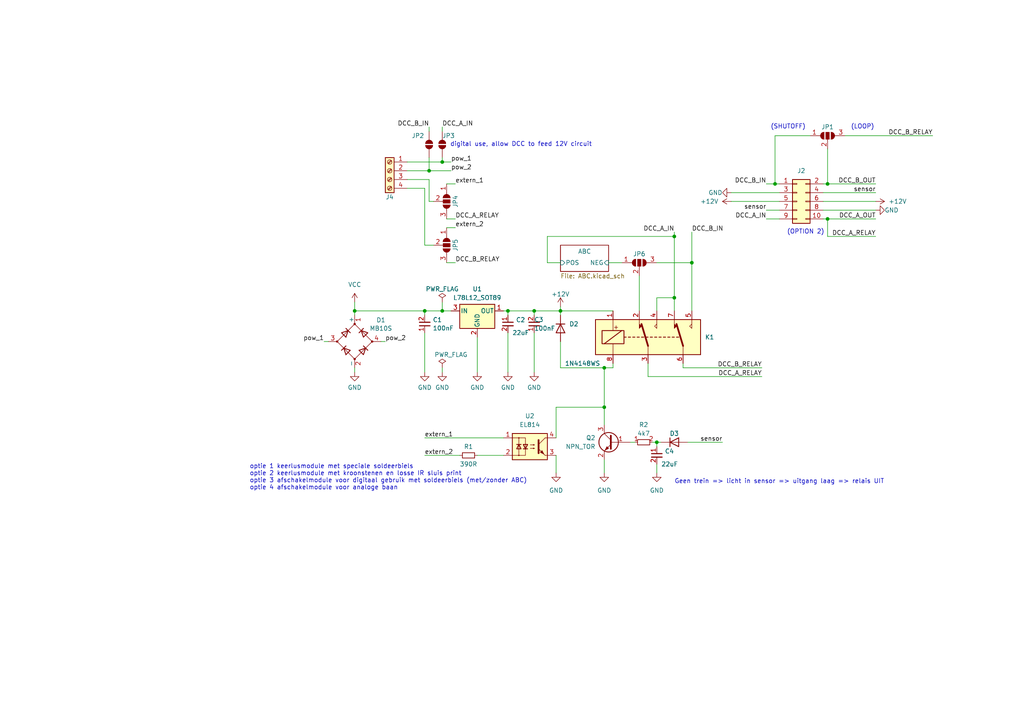
<source format=kicad_sch>
(kicad_sch (version 20231120) (generator "eeschema") (generator_version "8.0")
  (paper "A4")
  (lib_symbols
    (symbol "Connector:Screw_Terminal_01x04" (pin_names (offset 1.016) hide)
      (property "Reference" "J" (at 0 5.08 0))
      (property "Value" "Screw_Terminal_01x04" (at 0 -7.62 0))
      (symbol "Screw_Terminal_01x04_1_1"
        (rectangle (start -1.27 3.81) (end 1.27 -6.35) (stroke (width 0.254)) (fill (type background)))
        (circle (center 0 -5.08) (radius 0.635) (stroke (width 0.1524)))
        (circle (center 0 -2.54) (radius 0.635) (stroke (width 0.1524)))
        (polyline (pts (xy -0.5334 -4.7498) (xy 0.3302 -5.588)) (stroke (width 0.1524)))
        (polyline (pts (xy -0.5334 -2.2098) (xy 0.3302 -3.048)) (stroke (width 0.1524)))
        (polyline (pts (xy -0.5334 0.3302) (xy 0.3302 -0.508)) (stroke (width 0.1524)))
        (polyline (pts (xy -0.5334 2.8702) (xy 0.3302 2.032)) (stroke (width 0.1524)))
        (polyline (pts (xy -0.3556 -4.572) (xy 0.508 -5.4102)) (stroke (width 0.1524)))
        (polyline (pts (xy -0.3556 -2.032) (xy 0.508 -2.8702)) (stroke (width 0.1524)))
        (polyline (pts (xy -0.3556 0.508) (xy 0.508 -0.3302)) (stroke (width 0.1524)))
        (polyline (pts (xy -0.3556 3.048) (xy 0.508 2.2098)) (stroke (width 0.1524)))
        (circle (center 0 0) (radius 0.635) (stroke (width 0.1524)))
        (circle (center 0 2.54) (radius 0.635) (stroke (width 0.1524)))
        (pin passive line (at -5.08 2.54 0) (length 3.81) (name "Pin_1") (number "1"))
        (pin passive line (at -5.08 0 0) (length 3.81) (name "Pin_2") (number "2"))
        (pin passive line (at -5.08 -2.54 0) (length 3.81) (name "Pin_3") (number "3"))
        (pin passive line (at -5.08 -5.08 0) (length 3.81) (name "Pin_4") (number "4"))
      )
    )
    (symbol "Connector_Generic:Conn_02x05_Odd_Even" (pin_names (offset 1.016) hide)
      (property "Reference" "J" (at 1.27 7.62 0))
      (property "Value" "Conn_02x05_Odd_Even" (at 1.27 -7.62 0))
      (symbol "Conn_02x05_Odd_Even_1_1"
        (rectangle (start -1.27 -4.953) (end 0 -5.207) (stroke (width 0.1524)))
        (rectangle (start -1.27 -2.413) (end 0 -2.667) (stroke (width 0.1524)))
        (rectangle (start -1.27 0.127) (end 0 -0.127) (stroke (width 0.1524)))
        (rectangle (start -1.27 2.667) (end 0 2.413) (stroke (width 0.1524)))
        (rectangle (start -1.27 5.207) (end 0 4.953) (stroke (width 0.1524)))
        (rectangle (start -1.27 6.35) (end 3.81 -6.35) (stroke (width 0.254)) (fill (type background)))
        (rectangle (start 3.81 -4.953) (end 2.54 -5.207) (stroke (width 0.1524)))
        (rectangle (start 3.81 -2.413) (end 2.54 -2.667) (stroke (width 0.1524)))
        (rectangle (start 3.81 0.127) (end 2.54 -0.127) (stroke (width 0.1524)))
        (rectangle (start 3.81 2.667) (end 2.54 2.413) (stroke (width 0.1524)))
        (rectangle (start 3.81 5.207) (end 2.54 4.953) (stroke (width 0.1524)))
        (pin passive line (at -5.08 5.08 0) (length 3.81) (name "Pin_1") (number "1"))
        (pin passive line (at 7.62 -5.08 180) (length 3.81) (name "Pin_10") (number "10"))
        (pin passive line (at 7.62 5.08 180) (length 3.81) (name "Pin_2") (number "2"))
        (pin passive line (at -5.08 2.54 0) (length 3.81) (name "Pin_3") (number "3"))
        (pin passive line (at 7.62 2.54 180) (length 3.81) (name "Pin_4") (number "4"))
        (pin passive line (at -5.08 0 0) (length 3.81) (name "Pin_5") (number "5"))
        (pin passive line (at 7.62 0 180) (length 3.81) (name "Pin_6") (number "6"))
        (pin passive line (at -5.08 -2.54 0) (length 3.81) (name "Pin_7") (number "7"))
        (pin passive line (at 7.62 -2.54 180) (length 3.81) (name "Pin_8") (number "8"))
        (pin passive line (at -5.08 -5.08 0) (length 3.81) (name "Pin_9") (number "9"))
      )
    )
    (symbol "Device:R_Small" (pin_numbers hide) (pin_names (offset 0.254) hide)
      (property "Reference" "R" (at 0.762 0.508 0))
      (property "Value" "R_Small" (at 0.762 -1.016 0))
      (symbol "R_Small_0_1"
        (rectangle (start -0.762 1.778) (end 0.762 -1.778) (stroke (width 0.2032)))
      )
      (symbol "R_Small_1_1"
        (pin passive line (at 0 2.54 270) (length 0.762) (name "~") (number "1"))
        (pin passive line (at 0 -2.54 90) (length 0.762) (name "~") (number "2"))
      )
    )
    (symbol "Jumper:SolderJumper_2_Open" (pin_numbers hide) (pin_names (offset 0) hide) (exclude_from_sim yes) (in_bom no)
      (property "Reference" "JP" (at 0 2.032 0))
      (property "Value" "SolderJumper_2_Open" (at 0 -2.54 0))
      (symbol "SolderJumper_2_Open_0_1"
        (arc (start -0.254 1.016) (mid -1.2656 0) (end -0.254 -1.016))
        (arc (start -0.254 1.016) (mid -1.2656 0) (end -0.254 -1.016) (fill (type outline)))
        (polyline (pts (xy -0.254 1.016) (xy -0.254 -1.016)))
        (polyline (pts (xy 0.254 1.016) (xy 0.254 -1.016)))
        (arc (start 0.254 -1.016) (mid 1.2656 0) (end 0.254 1.016))
        (arc (start 0.254 -1.016) (mid 1.2656 0) (end 0.254 1.016) (fill (type outline)))
      )
      (symbol "SolderJumper_2_Open_1_1"
        (pin passive line (at -3.81 0 0) (length 2.54) (name "A") (number "1"))
        (pin passive line (at 3.81 0 180) (length 2.54) (name "B") (number "2"))
      )
    )
    (symbol "Jumper:SolderJumper_3_Open" (pin_names (offset 0) hide) (exclude_from_sim yes) (in_bom no)
      (property "Reference" "JP" (at -2.54 -2.54 0))
      (property "Value" "SolderJumper_3_Open" (at 0 2.794 0))
      (symbol "SolderJumper_3_Open_0_1"
        (arc (start -1.016 1.016) (mid -2.0276 0) (end -1.016 -1.016))
        (arc (start -1.016 1.016) (mid -2.0276 0) (end -1.016 -1.016) (fill (type outline)))
        (rectangle (start -0.508 1.016) (end 0.508 -1.016) (fill (type outline)))
        (polyline (pts (xy -2.54 0) (xy -2.032 0)))
        (polyline (pts (xy -1.016 1.016) (xy -1.016 -1.016)))
        (polyline (pts (xy 0 -1.27) (xy 0 -1.016)))
        (polyline (pts (xy 1.016 1.016) (xy 1.016 -1.016)))
        (polyline (pts (xy 2.54 0) (xy 2.032 0)))
        (arc (start 1.016 -1.016) (mid 2.0276 0) (end 1.016 1.016))
        (arc (start 1.016 -1.016) (mid 2.0276 0) (end 1.016 1.016) (fill (type outline)))
      )
      (symbol "SolderJumper_3_Open_1_1"
        (pin passive line (at -5.08 0 0) (length 2.54) (name "A") (number "1"))
        (pin passive line (at 0 -3.81 90) (length 2.54) (name "C") (number "2"))
        (pin passive line (at 5.08 0 180) (length 2.54) (name "B") (number "3"))
      )
    )
    (symbol "capacitor_miscellaneous:C_0603_100nF"
      (property "Reference" "C" (at 1.27 2.54 0))
      (property "Value" "100nF" (at 3.81 -2.54 0))
      (property "JLCPCB Part#" "C14663" (at 0 0 0))
      (symbol "C_0603_100nF_0_1"
        (polyline (pts (xy -1.524 -0.508) (xy 1.524 -0.508)) (stroke (width 0.3302)))
        (polyline (pts (xy -1.524 0.508) (xy 1.524 0.508)) (stroke (width 0.3048)))
      )
      (symbol "C_0603_100nF_1_1"
        (pin passive line (at 0 2.54 270) (length 2.032) (name "~") (number "1"))
        (pin passive line (at 0 -2.54 90) (length 2.032) (name "~") (number "2"))
      )
    )
    (symbol "capacitor_miscellaneous:C_1206_47uF"
      (property "Reference" "C" (at 1.27 2.54 0))
      (property "Value" "47uF" (at 3.81 -2.54 0))
      (symbol "C_1206_47uF_0_1"
        (polyline (pts (xy -1.524 -0.508) (xy 1.524 -0.508)) (stroke (width 0.3302)))
        (polyline (pts (xy -1.524 0.508) (xy 1.524 0.508)) (stroke (width 0.3048)))
      )
      (symbol "C_1206_47uF_1_1"
        (pin passive line (at 0 2.54 270) (length 2.032) (name "~") (number "1"))
        (pin passive line (at 0 -2.54 90) (length 2.032) (name "~") (number "2"))
      )
    )
    (symbol "custom_kicad_lib_sk:1N4148WS" (pin_numbers hide) (pin_names hide)
      (property "Reference" "D" (at 0 2.54 0))
      (property "Value" "1N4148WS" (at 0 -2.54 0))
      (symbol "1N4148WS_0_1"
        (polyline (pts (xy -1.27 1.27) (xy -1.27 -1.27)) (stroke (width 0.254)))
        (polyline (pts (xy 1.27 0) (xy -1.27 0)))
        (polyline (pts (xy 1.27 1.27) (xy 1.27 -1.27) (xy -1.27 0) (xy 1.27 1.27)) (stroke (width 0.254)))
      )
      (symbol "1N4148WS_1_1"
        (pin passive line (at -3.81 0 0) (length 2.54) (name "K") (number "1"))
        (pin passive line (at 3.81 0 180) (length 2.54) (name "A") (number "2"))
      )
    )
    (symbol "custom_kicad_lib_sk:EL814S" (pin_names (offset 1.016))
      (property "Reference" "U" (at -5.334 4.826 0))
      (property "Value" "EL814" (at 0 5.08 0))
      (symbol "EL814S_0_1"
        (rectangle (start -5.08 3.81) (end 5.08 -3.81) (stroke (width 0.254)) (fill (type background)))
        (circle (center -3.175 -2.54) (radius 0.127))
        (circle (center -3.175 2.54) (radius 0.127))
        (polyline (pts (xy -3.81 0.635) (xy -2.54 0.635)) (stroke (width 0.254)))
        (polyline (pts (xy -3.175 -0.635) (xy -3.175 -2.54)))
        (polyline (pts (xy -3.175 0.635) (xy -3.175 -0.635)))
        (polyline (pts (xy -3.175 0.635) (xy -3.175 2.54)))
        (polyline (pts (xy -1.905 -0.635) (xy -0.635 -0.635)) (stroke (width 0.254)))
        (polyline (pts (xy -1.27 0.635) (xy -1.27 -0.635)))
        (polyline (pts (xy 2.54 0.635) (xy 4.445 2.54)))
        (polyline (pts (xy 4.445 -2.54) (xy 2.54 -0.635)) (fill (type outline)))
        (polyline (pts (xy 4.445 -2.54) (xy 5.08 -2.54)))
        (polyline (pts (xy 4.445 2.54) (xy 5.08 2.54)))
        (polyline (pts (xy -5.08 2.54) (xy -1.27 2.54) (xy -1.27 0.635)))
        (polyline (pts (xy -1.27 -0.635) (xy -1.27 -2.54) (xy -5.08 -2.54)))
        (polyline (pts (xy 2.54 1.905) (xy 2.54 -1.905) (xy 2.54 -1.905)) (stroke (width 0.508)))
        (polyline (pts (xy -3.175 0.635) (xy -3.81 -0.635) (xy -2.54 -0.635) (xy -3.175 0.635)) (stroke (width 0.254)))
        (polyline (pts (xy -1.27 -0.635) (xy -1.905 0.635) (xy -0.635 0.635) (xy -1.27 -0.635)) (stroke (width 0.254)))
        (polyline (pts (xy 0.127 -0.508) (xy 1.397 -0.508) (xy 1.016 -0.635) (xy 1.016 -0.381) (xy 1.397 -0.508)))
        (polyline (pts (xy 0.127 0.508) (xy 1.397 0.508) (xy 1.016 0.381) (xy 1.016 0.635) (xy 1.397 0.508)))
        (polyline (pts (xy 3.048 -1.651) (xy 3.556 -1.143) (xy 4.064 -2.159) (xy 3.048 -1.651) (xy 3.048 -1.651)) (fill (type outline)))
      )
      (symbol "EL814S_1_1"
        (pin passive line (at -7.62 2.54 0) (length 2.54) (name "~") (number "1"))
        (pin passive line (at -7.62 -2.54 0) (length 2.54) (name "~") (number "2"))
        (pin passive line (at 7.62 -2.54 180) (length 2.54) (name "~") (number "3"))
        (pin passive line (at 7.62 2.54 180) (length 2.54) (name "~") (number "4"))
      )
    )
    (symbol "custom_kicad_lib_sk:G6K-2"
      (property "Reference" "K" (at 16.51 3.81 0))
      (property "JLCPCB Part#" "C47190" (at 0 0 0))
      (symbol "G6K-2_0_0"
        (text "+" (at -9.271 2.921 0) (effects (font (size 1.27 1.27))))
      )
      (symbol "G6K-2_0_1"
        (rectangle (start -15.24 5.08) (end 15.24 -5.08) (stroke (width 0.254)) (fill (type background)))
        (rectangle (start -13.335 1.905) (end -6.985 -1.905) (stroke (width 0.254)))
        (polyline (pts (xy -12.7 -1.905) (xy -7.62 1.905)) (stroke (width 0.254)))
        (polyline (pts (xy -10.16 -5.08) (xy -10.16 -1.905)))
        (polyline (pts (xy -10.16 5.08) (xy -10.16 1.905)))
        (polyline (pts (xy -6.985 0) (xy -6.35 0)) (stroke (width 0.254)))
        (polyline (pts (xy -5.715 0) (xy -5.08 0)) (stroke (width 0.254)))
        (polyline (pts (xy -4.445 0) (xy -3.81 0)) (stroke (width 0.254)))
        (polyline (pts (xy -3.175 0) (xy -2.54 0)) (stroke (width 0.254)))
        (polyline (pts (xy -1.905 0) (xy -1.27 0)) (stroke (width 0.254)))
        (polyline (pts (xy -0.635 0) (xy 0 0)) (stroke (width 0.254)))
        (polyline (pts (xy 0 -2.54) (xy -1.905 3.81)) (stroke (width 0.508)))
        (polyline (pts (xy 0 -2.54) (xy 0 -5.08)))
        (polyline (pts (xy 0.635 0) (xy 1.27 0)) (stroke (width 0.254)))
        (polyline (pts (xy 1.905 0) (xy 2.54 0)) (stroke (width 0.254)))
        (polyline (pts (xy 3.175 0) (xy 3.81 0)) (stroke (width 0.254)))
        (polyline (pts (xy 4.445 0) (xy 5.08 0)) (stroke (width 0.254)))
        (polyline (pts (xy 5.715 0) (xy 6.35 0)) (stroke (width 0.254)))
        (polyline (pts (xy 6.985 0) (xy 7.62 0)) (stroke (width 0.254)))
        (polyline (pts (xy 8.255 0) (xy 8.89 0)) (stroke (width 0.254)))
        (polyline (pts (xy 10.16 -2.54) (xy 8.255 3.81)) (stroke (width 0.508)))
        (polyline (pts (xy 10.16 -2.54) (xy 10.16 -5.08)))
        (polyline (pts (xy -2.54 5.08) (xy -2.54 2.54) (xy -1.905 3.175) (xy -2.54 3.81)) (fill (type outline)))
        (polyline (pts (xy 2.54 5.08) (xy 2.54 2.54) (xy 1.905 3.175) (xy 2.54 3.81)))
        (polyline (pts (xy 7.62 5.08) (xy 7.62 2.54) (xy 8.255 3.175) (xy 7.62 3.81)) (fill (type outline)))
        (polyline (pts (xy 12.7 5.08) (xy 12.7 2.54) (xy 12.065 3.175) (xy 12.7 3.81)))
      )
      (symbol "G6K-2_1_1"
        (pin passive line (at -10.16 7.62 270) (length 2.54) (name "~") (number "1"))
        (pin passive line (at -2.54 7.62 270) (length 2.54) (name "~") (number "2"))
        (pin passive line (at 0 -7.62 90) (length 2.54) (name "~") (number "3"))
        (pin passive line (at 2.54 7.62 270) (length 2.54) (name "~") (number "4"))
        (pin passive line (at 12.7 7.62 270) (length 2.54) (name "~") (number "5"))
        (pin passive line (at 10.16 -7.62 90) (length 2.54) (name "~") (number "6"))
        (pin passive line (at 7.62 7.62 270) (length 2.54) (name "~") (number "7"))
        (pin passive line (at -10.16 -7.62 90) (length 2.54) (name "~") (number "8"))
      )
    )
    (symbol "custom_kicad_lib_sk:L78L12_SOT89" (pin_names (offset 0.254))
      (property "Reference" "U" (at -3.81 3.175 0))
      (property "Value" "L78L12_SOT89" (at -0.635 3.175 0))
      (property "JLCPCB Part#" "C75501" (at 0 0 0))
      (symbol "L78L12_SOT89_0_1"
        (rectangle (start -5.08 1.905) (end 5.08 -5.08) (stroke (width 0.254)) (fill (type background)))
      )
      (symbol "L78L12_SOT89_1_1"
        (pin power_out line (at 7.62 0 180) (length 2.54) (name "OUT") (number "1"))
        (pin power_in line (at 0 -7.62 90) (length 2.54) (name "GND") (number "2"))
        (pin power_in line (at -7.62 0 0) (length 2.54) (name "IN") (number "3"))
      )
    )
    (symbol "custom_kicad_lib_sk:MB10S" (pin_names (offset 0))
      (property "Reference" "D" (at 2.54 6.985 0))
      (property "Value" "MB10S" (at 2.54 5.08 0))
      (property "JLCPCB Part#" "C2488" (at 0 0 0))
      (symbol "MB10S_0_1"
        (circle (center -5.08 0) (radius 0.254) (fill (type outline)))
        (circle (center 0 -5.08) (radius 0.254) (fill (type outline)))
        (polyline (pts (xy -2.54 3.81) (xy -1.27 2.54)) (stroke (width 0.254)))
        (polyline (pts (xy -1.27 -2.54) (xy -2.54 -3.81)) (stroke (width 0.254)))
        (polyline (pts (xy 2.54 -1.27) (xy 3.81 -2.54)) (stroke (width 0.254)))
        (polyline (pts (xy 2.54 1.27) (xy 3.81 2.54)) (stroke (width 0.254)))
        (polyline (pts (xy -3.81 2.54) (xy -2.54 1.27) (xy -1.905 3.175) (xy -3.81 2.54)) (stroke (width 0.254)))
        (polyline (pts (xy -2.54 -1.27) (xy -3.81 -2.54) (xy -1.905 -3.175) (xy -2.54 -1.27)) (stroke (width 0.254)))
        (polyline (pts (xy 1.27 2.54) (xy 2.54 3.81) (xy 3.175 1.905) (xy 1.27 2.54)) (stroke (width 0.254)))
        (polyline (pts (xy 3.175 -1.905) (xy 1.27 -2.54) (xy 2.54 -3.81) (xy 3.175 -1.905)) (stroke (width 0.254)))
        (polyline (pts (xy -5.08 0) (xy 0 -5.08) (xy 5.08 0) (xy 0 5.08) (xy -5.08 0)))
        (circle (center 0 5.08) (radius 0.254) (fill (type outline)))
        (circle (center 5.08 0) (radius 0.254) (fill (type outline)))
      )
      (symbol "MB10S_1_1"
        (pin passive line (at 7.62 0 180) (length 2.54) (name "+") (number "1"))
        (pin passive line (at -7.62 0 0) (length 2.54) (name "-") (number "2"))
        (pin passive line (at 0 7.62 270) (length 2.54) (name "~") (number "3"))
        (pin passive line (at 0 -7.62 90) (length 2.54) (name "~") (number "4"))
      )
    )
    (symbol "custom_kicad_lib_sk:NPN_TOR" (pin_names (offset 0) hide)
      (property "Reference" "Q" (at 5.08 1.905 0))
      (property "Value" "NPN_TOR" (at 5.08 0 0))
      (symbol "NPN_TOR_0_1"
        (polyline (pts (xy 0.635 0.635) (xy 2.54 2.54)))
        (polyline (pts (xy 0.635 -0.635) (xy 2.54 -2.54) (xy 2.54 -2.54)))
        (polyline (pts (xy 0.635 1.905) (xy 0.635 -1.905) (xy 0.635 -1.905)) (stroke (width 0.508)))
        (polyline (pts (xy 1.27 -1.778) (xy 1.778 -1.27) (xy 2.286 -2.286) (xy 1.27 -1.778) (xy 1.27 -1.778)) (fill (type outline)))
        (circle (center 1.27 0) (radius 2.8194) (stroke (width 0.254)))
      )
      (symbol "NPN_TOR_1_1"
        (pin input line (at -5.08 0 0) (length 5.715) (name "B") (number "1"))
        (pin passive line (at 2.54 -5.08 90) (length 2.54) (name "E") (number "2"))
        (pin passive line (at 2.54 5.08 270) (length 2.54) (name "C") (number "3"))
      )
    )
    (symbol "power:+12V" (power) (pin_names (offset 0))
      (property "Value" "+12V" (at 0 3.556 0))
      (symbol "+12V_0_1"
        (polyline (pts (xy -0.762 1.27) (xy 0 2.54)))
        (polyline (pts (xy 0 0) (xy 0 2.54)))
        (polyline (pts (xy 0 2.54) (xy 0.762 1.27)))
      )
      (symbol "+12V_1_1"
        (pin power_in line (at 0 0 90) (length 0) hide (name "+12V") (number "1"))
      )
    )
    (symbol "power:GND" (power) (pin_names (offset 0))
      (property "Value" "GND" (at 0 -3.81 0))
      (symbol "GND_0_1"
        (polyline (pts (xy 0 0) (xy 0 -1.27) (xy 1.27 -1.27) (xy 0 -2.54) (xy -1.27 -1.27) (xy 0 -1.27)))
      )
      (symbol "GND_1_1"
        (pin power_in line (at 0 0 270) (length 0) hide (name "GND") (number "1"))
      )
    )
    (symbol "power:PWR_FLAG" (power) (pin_numbers hide) (pin_names (offset 0) hide)
      (property "Value" "PWR_FLAG" (at 0 3.81 0))
      (symbol "PWR_FLAG_0_0"
        (pin power_out line (at 0 0 90) (length 0) (name "pwr") (number "1"))
      )
      (symbol "PWR_FLAG_0_1"
        (polyline (pts (xy 0 0) (xy 0 1.27) (xy -1.016 1.905) (xy 0 2.54) (xy 1.016 1.905) (xy 0 1.27)))
      )
    )
    (symbol "power:VCC" (power) (pin_names (offset 0))
      (property "Value" "VCC" (at 0 3.81 0))
      (symbol "VCC_0_1"
        (polyline (pts (xy -0.762 1.27) (xy 0 2.54)))
        (polyline (pts (xy 0 0) (xy 0 2.54)))
        (polyline (pts (xy 0 2.54) (xy 0.762 1.27)))
      )
      (symbol "VCC_1_1"
        (pin power_in line (at 0 0 90) (length 0) hide (name "VCC") (number "1"))
      )
    )
    (symbol "resistors_0603:R_4k7_0603"
      (property "Reference" "R" (at 1.27 2.54 0))
      (property "Value" "4k7" (at 2.54 -2.54 0))
      (symbol "R_4k7_0603_0_1"
        (rectangle (start -0.762 1.778) (end 0.762 -1.778) (stroke (width 0.2032)))
      )
      (symbol "R_4k7_0603_1_1"
        (pin passive line (at 0 2.54 270) (length 0.762) (name "~") (number "1"))
        (pin passive line (at 0 -2.54 90) (length 0.762) (name "~") (number "2"))
      )
    )
  )
  (junction (at 123.19 90.17))
  (junction (at 190.5 128.27))
  (junction (at 102.87 90.17))
  (junction (at 154.94 90.17))
  (junction (at 128.27 90.17))
  (junction (at 124.46 49.53))
  (junction (at 240.03 53.34))
  (junction (at 224.79 53.34))
  (junction (at 195.58 86.36))
  (junction (at 162.56 90.17))
  (junction (at 195.58 68.58))
  (junction (at 175.26 118.11))
  (junction (at 147.32 90.17))
  (junction (at 128.27 46.99))
  (junction (at 240.03 63.5))
  (junction (at 200.66 76.2))
  (junction (at 175.26 106.68))
  (wire (pts (xy 118.11 52.07) (xy 124.46 52.07)))
  (wire (pts (xy 238.76 60.96) (xy 254 60.96)))
  (wire (pts (xy 128.27 36.83) (xy 128.27 38.1)))
  (wire (pts (xy 199.39 128.27) (xy 209.55 128.27)))
  (wire (pts (xy 198.12 106.68) (xy 220.98 106.68)))
  (wire (pts (xy 124.46 45.72) (xy 124.46 49.53)))
  (wire (pts (xy 224.79 39.37) (xy 224.79 53.34)))
  (wire (pts (xy 162.56 90.17) (xy 177.8 90.17)))
  (wire (pts (xy 147.32 90.17) (xy 154.94 90.17)))
  (wire (pts (xy 102.87 87.63) (xy 102.87 90.17)))
  (wire (pts (xy 195.58 68.58) (xy 158.75 68.58)))
  (wire (pts (xy 124.46 36.83) (xy 124.46 38.1)))
  (wire (pts (xy 190.5 128.27) (xy 191.77 128.27)))
  (wire (pts (xy 118.11 49.53) (xy 124.46 49.53)))
  (wire (pts (xy 129.54 63.5) (xy 132.08 63.5)))
  (wire (pts (xy 189.23 128.27) (xy 190.5 128.27)))
  (wire (pts (xy 128.27 45.72) (xy 128.27 46.99)))
  (wire (pts (xy 238.76 53.34) (xy 240.03 53.34)))
  (wire (pts (xy 200.66 76.2) (xy 190.5 76.2)))
  (wire (pts (xy 195.58 86.36) (xy 190.5 86.36)))
  (wire (pts (xy 154.94 90.17) (xy 162.56 90.17)))
  (wire (pts (xy 177.8 105.41) (xy 177.8 106.68)))
  (wire (pts (xy 195.58 90.17) (xy 195.58 86.36)))
  (wire (pts (xy 187.96 109.22) (xy 220.98 109.22)))
  (wire (pts (xy 200.66 67.31) (xy 200.66 76.2)))
  (wire (pts (xy 175.26 118.11) (xy 175.26 123.19)))
  (wire (pts (xy 238.76 63.5) (xy 240.03 63.5)))
  (wire (pts (xy 238.76 55.88) (xy 254 55.88)))
  (wire (pts (xy 162.56 106.68) (xy 175.26 106.68)))
  (wire (pts (xy 123.19 71.12) (xy 125.73 71.12)))
  (wire (pts (xy 222.25 63.5) (xy 226.06 63.5)))
  (wire (pts (xy 133.35 132.08) (xy 123.19 132.08)))
  (wire (pts (xy 226.06 55.88) (xy 212.09 55.88)))
  (wire (pts (xy 222.25 53.34) (xy 224.79 53.34)))
  (wire (pts (xy 200.66 76.2) (xy 200.66 90.17)))
  (wire (pts (xy 128.27 106.68) (xy 128.27 107.95)))
  (wire (pts (xy 195.58 68.58) (xy 195.58 86.36)))
  (wire (pts (xy 124.46 58.42) (xy 125.73 58.42)))
  (wire (pts (xy 175.26 137.16) (xy 175.26 133.35)))
  (wire (pts (xy 162.56 99.06) (xy 162.56 106.68)))
  (wire (pts (xy 138.43 97.79) (xy 138.43 107.95)))
  (wire (pts (xy 187.96 109.22) (xy 187.96 105.41)))
  (wire (pts (xy 128.27 87.63) (xy 128.27 90.17)))
  (wire (pts (xy 129.54 66.04) (xy 132.08 66.04)))
  (wire (pts (xy 123.19 91.44) (xy 123.19 90.17)))
  (wire (pts (xy 102.87 106.68) (xy 102.87 107.95)))
  (wire (pts (xy 93.98 99.06) (xy 95.25 99.06)))
  (wire (pts (xy 240.03 43.18) (xy 240.03 53.34)))
  (wire (pts (xy 254 58.42) (xy 238.76 58.42)))
  (wire (pts (xy 161.29 137.16) (xy 161.29 132.08)))
  (wire (pts (xy 245.11 39.37) (xy 270.51 39.37)))
  (wire (pts (xy 162.56 91.44) (xy 162.56 90.17)))
  (wire (pts (xy 154.94 90.17) (xy 154.94 91.44)))
  (wire (pts (xy 161.29 118.11) (xy 161.29 127)))
  (wire (pts (xy 128.27 46.99) (xy 130.81 46.99)))
  (wire (pts (xy 118.11 54.61) (xy 123.19 54.61)))
  (wire (pts (xy 240.03 53.34) (xy 254 53.34)))
  (wire (pts (xy 224.79 53.34) (xy 226.06 53.34)))
  (wire (pts (xy 175.26 106.68) (xy 177.8 106.68)))
  (wire (pts (xy 195.58 67.31) (xy 195.58 68.58)))
  (wire (pts (xy 240.03 63.5) (xy 254 63.5)))
  (wire (pts (xy 102.87 90.17) (xy 123.19 90.17)))
  (wire (pts (xy 190.5 134.62) (xy 190.5 137.16)))
  (wire (pts (xy 224.79 39.37) (xy 234.95 39.37)))
  (wire (pts (xy 212.09 58.42) (xy 226.06 58.42)))
  (wire (pts (xy 158.75 76.2) (xy 162.56 76.2)))
  (wire (pts (xy 176.53 76.2) (xy 180.34 76.2)))
  (wire (pts (xy 129.54 76.2) (xy 132.08 76.2)))
  (wire (pts (xy 129.54 53.34) (xy 132.08 53.34)))
  (wire (pts (xy 190.5 86.36) (xy 190.5 90.17)))
  (wire (pts (xy 102.87 90.17) (xy 102.87 91.44)))
  (wire (pts (xy 123.19 90.17) (xy 128.27 90.17)))
  (wire (pts (xy 147.32 91.44) (xy 147.32 90.17)))
  (wire (pts (xy 184.15 128.27) (xy 182.88 128.27)))
  (wire (pts (xy 123.19 54.61) (xy 123.19 71.12)))
  (wire (pts (xy 175.26 106.68) (xy 175.26 118.11)))
  (wire (pts (xy 154.94 96.52) (xy 154.94 107.95)))
  (wire (pts (xy 162.56 88.9) (xy 162.56 90.17)))
  (wire (pts (xy 123.19 127) (xy 146.05 127)))
  (wire (pts (xy 198.12 106.68) (xy 198.12 105.41)))
  (wire (pts (xy 226.06 60.96) (xy 222.25 60.96)))
  (wire (pts (xy 240.03 68.58) (xy 240.03 63.5)))
  (wire (pts (xy 190.5 128.27) (xy 190.5 129.54)))
  (wire (pts (xy 124.46 52.07) (xy 124.46 58.42)))
  (wire (pts (xy 161.29 118.11) (xy 175.26 118.11)))
  (wire (pts (xy 158.75 68.58) (xy 158.75 76.2)))
  (wire (pts (xy 123.19 96.52) (xy 123.19 107.95)))
  (wire (pts (xy 111.76 99.06) (xy 110.49 99.06)))
  (wire (pts (xy 124.46 49.53) (xy 130.81 49.53)))
  (wire (pts (xy 185.42 80.01) (xy 185.42 90.17)))
  (wire (pts (xy 254 68.58) (xy 240.03 68.58)))
  (wire (pts (xy 128.27 90.17) (xy 130.81 90.17)))
  (wire (pts (xy 146.05 90.17) (xy 147.32 90.17)))
  (wire (pts (xy 118.11 46.99) (xy 128.27 46.99)))
  (wire (pts (xy 138.43 132.08) (xy 146.05 132.08)))
  (wire (pts (xy 147.32 107.95) (xy 147.32 96.52)))
  (text "digital use, allow DCC to feed 12V circuit" (at 151.13 41.91 0) (effects (font (size 1.27 1.27))))
  (text "(OPTION 2)" (at 233.68 67.31 0) (effects (font (size 1.27 1.27))))
  (text "optie 1 keerlusmodule met speciale soldeerbiels\noptie 2 keerlusmodule met kroonstenen en losse IR sluis print\noptie 3 afschakelmodule voor digitaal gebruik met soldeerbiels (met/zonder ABC)\noptie 4 afschakelmodule voor analoge baan\n" (at 72.39 138.43 0) (effects (font (size 1.27 1.27)) (justify left)))
  (text "(SHUTOFF)" (at 228.6 36.83 0) (effects (font (size 1.27 1.27))))
  (text "(LOOP)\n" (at 250.19 36.83 0) (effects (font (size 1.27 1.27))))
  (text "Geen trein => licht in sensor => uitgang laag => relais UIT\n" (at 226.06 139.7 0) (effects (font (size 1.27 1.27))))
  (label "DCC_A_OUT" (at 254 63.5 180))
  (label "sensor" (at 209.55 128.27 180))
  (label "DCC_B_RELAY" (at 132.08 76.2 0))
  (label "DCC_B_RELAY" (at 270.51 39.37 180))
  (label "extern_1" (at 132.08 53.34 0))
  (label "sensor" (at 222.25 60.96 180))
  (label "extern_1" (at 123.19 127 0))
  (label "DCC_B_IN" (at 200.66 67.31 0))
  (label "DCC_B_IN" (at 124.46 36.83 180))
  (label "sensor" (at 254 55.88 180))
  (label "pow_1" (at 93.98 99.06 180))
  (label "DCC_B_OUT" (at 254 53.34 180))
  (label "DCC_A_IN" (at 128.27 36.83 0))
  (label "DCC_B_IN" (at 222.25 53.34 180))
  (label "pow_2" (at 111.76 99.06 0))
  (label "DCC_B_RELAY" (at 220.98 106.68 180))
  (label "DCC_A_IN" (at 195.58 67.31 180))
  (label "DCC_A_RELAY" (at 132.08 63.5 0))
  (label "extern_2" (at 123.19 132.08 0))
  (label "DCC_A_IN" (at 222.25 63.5 180))
  (label "DCC_A_RELAY" (at 254 68.58 180))
  (label "extern_2" (at 132.08 66.04 0))
  (label "pow_1" (at 130.81 46.99 0))
  (label "pow_2" (at 130.81 49.53 0))
  (label "DCC_A_RELAY" (at 220.98 109.22 180))
  (symbol (lib_id "power:+12V") (at 254 58.42 270) (unit 1)
    (property "Reference" "#PWR015" (effects (hide yes)))
    (property "Value" "+12V" (at 260.35 58.42 90))
  )
  (symbol (lib_id "Jumper:SolderJumper_3_Open") (at 129.54 71.12 270) (unit 1) (exclude_from_sim yes) (in_bom no)
    (property "Reference" "JP5" (at 132.08 71.12 0))
    (property "Value" "SolderJumper_3_Open" (effects (hide yes)))
    (property "Footprint" "Jumper:SolderJumper-3_P1.3mm_Open_RoundedPad1.0x1.5mm" (effects (hide yes)))
    (property "Description" "Solder Jumper, 3-pole, open" (effects (hide yes)))
  )
  (symbol (lib_id "custom_kicad_lib_sk:G6K-2") (at 187.96 97.79 0) (unit 1)
    (property "Reference" "K1" (at 204.47 97.79 0) (effects (justify left)))
    (property "Value" "G6K-2F-Y-TR DC5" (effects (hide yes)))
    (property "Footprint" "Relay_SMD:Relay_DPDT_Omron_G6K-2F-Y" (effects (hide yes)))
    (property "Datasheet" "http://omronfs.omron.com/en_US/ecb/products/pdf/en-g6k.pdf" (effects (hide yes)))
    (property "JLCPCB Part#" "C397194" (effects (hide yes)))
  )
  (symbol (lib_id "power:GND") (at 123.19 107.95 0) (unit 1)
    (property "Reference" "#PWR03" (effects (hide yes)))
    (property "Value" "GND" (at 123.19 112.395 0))
  )
  (symbol (lib_id "power:PWR_FLAG") (at 128.27 87.63 0) (unit 1)
    (property "Reference" "#FLG01" (effects (hide yes)))
    (property "Value" "PWR_FLAG" (at 128.27 83.82 0))
  )
  (symbol (lib_id "power:GND") (at 254 60.96 90) (unit 1)
    (property "Reference" "#PWR09" (effects (hide yes)))
    (property "Value" "GND" (at 256.54 60.96 90) (effects (justify right)))
  )
  (symbol (lib_id "power:GND") (at 154.94 107.95 0) (unit 1)
    (property "Reference" "#PWR07" (effects (hide yes)))
    (property "Value" "GND" (at 154.94 112.395 0))
  )
  (symbol (lib_id "power:GND") (at 175.26 137.16 0) (unit 1)
    (property "Reference" "#PWR011" (effects (hide yes)))
    (property "Value" "GND" (at 175.26 142.24 0))
  )
  (symbol (lib_id "Device:R_Small") (at 135.89 132.08 90) (unit 1)
    (property "Reference" "R1" (at 135.89 129.54 90))
    (property "Value" "390R" (at 135.89 134.62 90))
    (property "Footprint" "Resistor_SMD:R_0603_1608Metric" (effects (hide yes)))
    (property "Description" "Resistor, small symbol" (effects (hide yes)))
    (property "JLCPCB Part#" "C23151" (effects (hide yes)))
  )
  (symbol (lib_id "Jumper:SolderJumper_3_Open") (at 185.42 76.2 0) (unit 1) (exclude_from_sim yes) (in_bom no)
    (property "Reference" "JP6" (at 185.42 73.66 0))
    (property "Value" "SolderJumper_3_Open" (effects (hide yes)))
    (property "Footprint" "Jumper:SolderJumper-3_P1.3mm_Open_RoundedPad1.0x1.5mm" (effects (hide yes)))
    (property "Description" "Solder Jumper, 3-pole, open" (effects (hide yes)))
  )
  (symbol (lib_id "power:+12V") (at 162.56 88.9 0) (unit 1)
    (property "Reference" "#PWR08" (effects (hide yes)))
    (property "Value" "+12V" (at 162.56 85.3242 0))
  )
  (symbol (lib_id "Jumper:SolderJumper_3_Open") (at 240.03 39.37 0) (unit 1) (exclude_from_sim yes) (in_bom no)
    (property "Reference" "JP1" (at 240.03 36.83 0))
    (property "Value" "SolderJumper_3_Open" (effects (hide yes)))
    (property "Footprint" "Jumper:SolderJumper-3_P1.3mm_Open_RoundedPad1.0x1.5mm" (effects (hide yes)))
    (property "Description" "Solder Jumper, 3-pole, open" (effects (hide yes)))
  )
  (symbol (lib_id "Jumper:SolderJumper_2_Open") (at 124.46 41.91 90) (unit 1) (exclude_from_sim yes) (in_bom no)
    (property "Reference" "JP2" (at 119.38 39.37 90) (effects (justify right)))
    (property "Value" "SolderJumper_2_Open" (effects (hide yes)))
    (property "Footprint" "Jumper:SolderJumper-2_P1.3mm_Open_RoundedPad1.0x1.5mm" (effects (hide yes)))
    (property "Description" "Solder Jumper, 2-pole, open" (effects (hide yes)))
  )
  (symbol (lib_id "custom_kicad_lib_sk:L78L12_SOT89") (at 138.43 90.17 0) (unit 1)
    (property "Reference" "U1" (at 138.43 83.82 0))
    (property "Value" "L78L12_SOT89" (at 138.43 86.36 0))
    (property "Footprint" "Package_TO_SOT_SMD:SOT-89-3" (effects (hide yes)))
    (property "Datasheet" "http://www.st.com/content/ccc/resource/technical/document/datasheet/15/55/e5/aa/23/5b/43/fd/CD00000446.pdf/files/CD00000446.pdf/jcr:content/translations/en.CD00000446.pdf" (effects (hide yes)))
    (property "JLCPCB Part#" "C75501" (effects (hide yes)))
  )
  (symbol (lib_id "power:GND") (at 138.43 107.95 0) (unit 1)
    (property "Reference" "#PWR05" (effects (hide yes)))
    (property "Value" "GND" (at 138.43 112.395 0))
  )
  (symbol (lib_id "power:GND") (at 147.32 107.95 0) (unit 1)
    (property "Reference" "#PWR06" (effects (hide yes)))
    (property "Value" "GND" (at 147.32 112.395 0))
  )
  (symbol (lib_id "power:GND") (at 212.09 55.88 270) (unit 1)
    (property "Reference" "#PWR016" (effects (hide yes)))
    (property "Value" "GND" (at 209.55 55.88 90) (effects (justify right)))
  )
  (symbol (lib_id "Connector_Generic:Conn_02x05_Odd_Even") (at 231.14 58.42 0) (unit 1)
    (property "Reference" "J2" (at 232.41 49.53 0))
    (property "Value" "Conn_02x05_Odd_Even" (effects (hide yes)))
    (property "Footprint" "Connector_PinHeader_2.54mm:PinHeader_2x05_P2.54mm_Horizontal" (effects (hide yes)))
    (property "Description" "Generic connector, double row, 02x05, odd/even pin numbering scheme (row 1 odd numbers, row 2 even numbers), script generated (kicad-library-utils/schlib/autogen/connector/)" (effects (hide yes)))
  )
  (symbol (lib_id "custom_kicad_lib_sk:MB10S") (at 102.87 99.06 90) (unit 1)
    (property "Reference" "D1" (at 110.49 92.8258 90))
    (property "Value" "MB10S" (at 110.49 95.25 90))
    (property "Footprint" "custom_kicad_lib_sk:MB10s" (effects (hide yes)))
    (property "JLCPCB Part#" "C2488" (effects (hide yes)))
  )
  (symbol (lib_id "Connector:Screw_Terminal_01x04") (at 113.03 49.53 0) (mirror y) (unit 1)
    (property "Reference" "J4" (at 113.03 57.15 0))
    (property "Value" "Screw_Terminal_01x04" (effects (hide yes)))
    (property "Footprint" "Connector_Phoenix_MC:PhoenixContact_MC_1,5_4-G-3.5_1x04_P3.50mm_Horizontal" (effects (hide yes)))
    (property "Description" "Generic screw terminal, single row, 01x04, script generated (kicad-library-utils/schlib/autogen/connector/)" (effects (hide yes)))
    (property "JLCPCB Part#" "C880574" (effects (hide yes)))
  )
  (symbol (lib_id "custom_kicad_lib_sk:1N4148WS") (at 162.56 95.25 270) (unit 1)
    (property "Reference" "D2" (at 165.1 93.98 90) (effects (justify left)))
    (property "Value" "1N4148WS" (at 163.83 105.41 90) (effects (justify left)))
    (property "Footprint" "Diode_SMD:D_SOD-323" (effects (hide yes)))
    (property "Datasheet" "https://www.vishay.com/docs/85751/1n4148ws.pdf" (effects (hide yes)))
    (property "Sim.Device" "D" (effects (hide yes)))
    (property "Sim.Pins" "1=K 2=A" (effects (hide yes)))
    (property "JLCPCB Part#" "C2128" (effects (hide yes)))
  )
  (symbol (lib_id "power:GND") (at 161.29 137.16 0) (unit 1)
    (property "Reference" "#PWR017" (effects (hide yes)))
    (property "Value" "GND" (at 161.29 142.24 0))
  )
  (symbol (lib_id "Jumper:SolderJumper_2_Open") (at 128.27 41.91 90) (unit 1) (exclude_from_sim yes) (in_bom no)
    (property "Reference" "JP3" (at 128.27 39.37 90) (effects (justify right)))
    (property "Value" "SolderJumper_2_Open" (effects (hide yes)))
    (property "Footprint" "Jumper:SolderJumper-2_P1.3mm_Open_RoundedPad1.0x1.5mm" (effects (hide yes)))
    (property "Description" "Solder Jumper, 2-pole, open" (effects (hide yes)))
  )
  (symbol (lib_id "power:PWR_FLAG") (at 128.27 106.68 0) (unit 1)
    (property "Reference" "#FLG02" (effects (hide yes)))
    (property "Value" "PWR_FLAG" (at 130.81 102.87 0))
  )
  (symbol (lib_id "Jumper:SolderJumper_3_Open") (at 129.54 58.42 270) (unit 1) (exclude_from_sim yes) (in_bom no)
    (property "Reference" "JP4" (at 132.08 58.42 0))
    (property "Value" "SolderJumper_3_Open" (effects (hide yes)))
    (property "Footprint" "Jumper:SolderJumper-3_P1.3mm_Open_RoundedPad1.0x1.5mm" (effects (hide yes)))
    (property "Description" "Solder Jumper, 3-pole, open" (effects (hide yes)))
  )
  (symbol (lib_id "custom_kicad_lib_sk:EL814S") (at 153.67 129.54 0) (unit 1)
    (property "Reference" "U2" (at 153.67 120.65 0))
    (property "Value" "EL814" (at 153.67 123.19 0))
    (property "Footprint" "Package_DIP:SMDIP-4_W9.53mm" (effects (hide yes)))
    (property "Datasheet" "http://www.everlight.com/file/ProductFile/EL814.pdf" (effects (hide yes)))
    (property "Description" "AC/DC NPN Optocoupler, DIP4/SMD4" (effects (hide yes)))
    (property "JLCPCB Part#" "C500388" (effects (hide yes)))
  )
  (symbol (lib_id "power:+12V") (at 212.09 58.42 90) (unit 1)
    (property "Reference" "#PWR010" (effects (hide yes)))
    (property "Value" "+12V" (at 205.74 58.42 90))
  )
  (symbol (lib_id "resistors_0603:R_4k7_0603") (at 186.69 128.27 90) (unit 1)
    (property "Reference" "R2" (at 186.69 123.19 90))
    (property "Value" "4k7" (at 186.69 125.73 90))
    (property "Footprint" "custom_kicad_lib_sk:R_0603_smalltext" (effects (hide yes)))
    (property "JLCPCB Part#" "C23162" (effects (hide yes)))
  )
  (symbol (lib_id "capacitor_miscellaneous:C_1206_47uF") (at 147.32 93.98 0) (unit 1)
    (property "Reference" "C2" (at 149.6441 92.7742 0) (effects (justify left)))
    (property "Value" "22uF" (at 148.59 96.52 0) (effects (justify left)))
    (property "Footprint" "Capacitor_SMD:C_1206_3216Metric" (effects (hide yes)))
    (property "JLCPCB Part#" "C12891" (effects (hide yes)))
  )
  (symbol (lib_id "power:VCC") (at 102.87 87.63 0) (unit 1)
    (property "Reference" "#PWR02" (effects (hide yes)))
    (property "Value" "VCC" (at 102.87 82.55 0))
  )
  (symbol (lib_id "power:GND") (at 102.87 107.95 0) (unit 1)
    (property "Reference" "#PWR01" (effects (hide yes)))
    (property "Value" "GND" (at 102.87 112.395 0))
  )
  (symbol (lib_id "capacitor_miscellaneous:C_1206_47uF") (at 190.5 132.08 0) (unit 1)
    (property "Reference" "C4" (at 192.8241 130.8742 0) (effects (justify left)))
    (property "Value" "22uF" (at 191.77 134.62 0) (effects (justify left)))
    (property "Footprint" "Capacitor_SMD:C_1206_3216Metric" (effects (hide yes)))
    (property "JLCPCB Part#" "C12891" (effects (hide yes)))
  )
  (symbol (lib_id "custom_kicad_lib_sk:NPN_TOR") (at 177.8 128.27 0) (mirror y) (unit 1)
    (property "Reference" "Q2" (at 172.72 127 0) (effects (justify left)))
    (property "Value" "NPN_TOR" (at 172.72 129.54 0) (effects (justify left)))
    (property "Footprint" "Package_TO_SOT_SMD:SOT-23" (effects (hide yes)))
    (property "JLCPCB Part#" "C2145" (effects (hide yes)))
  )
  (symbol (lib_id "power:GND") (at 128.27 107.95 0) (unit 1)
    (property "Reference" "#PWR04" (effects (hide yes)))
    (property "Value" "GND" (at 128.27 112.395 0))
  )
  (symbol (lib_id "capacitor_miscellaneous:C_0603_100nF") (at 154.94 93.98 180) (unit 1)
    (property "Reference" "C3" (at 154.94 92.71 0) (effects (justify right)))
    (property "Value" "100nF" (at 154.94 95.25 0) (effects (justify right)))
    (property "Footprint" "Capacitor_SMD:C_0603_1608Metric" (effects (hide yes)))
    (property "JLCPCB Part#" "C14663" (effects (hide yes)))
  )
  (symbol (lib_id "power:GND") (at 190.5 137.16 0) (unit 1)
    (property "Reference" "#PWR012" (effects (hide yes)))
    (property "Value" "GND" (at 190.5 142.24 0))
  )
  (symbol (lib_id "custom_kicad_lib_sk:1N4148WS") (at 195.58 128.27 0) (unit 1)
    (property "Reference" "D3" (at 195.58 125.73 0))
    (property "Value" "1N4148WS" (effects (hide yes)))
    (property "Footprint" "Diode_SMD:D_SOD-323" (effects (hide yes)))
    (property "Datasheet" "https://www.vishay.com/docs/85751/1n4148ws.pdf" (effects (hide yes)))
    (property "Description" "75V 0.15A Fast switching Diode, SOD-323" (effects (hide yes)))
    (property "Sim.Device" "D" (effects (hide yes)))
    (property "Sim.Pins" "1=K 2=A" (effects (hide yes)))
    (property "JLCPCB Part#" "C2128" (effects (hide yes)))
  )
  (symbol (lib_id "capacitor_miscellaneous:C_0603_100nF") (at 123.19 93.98 180) (unit 1)
    (property "Reference" "C1" (at 125.5141 92.7615 0) (effects (justify right)))
    (property "Value" "100nF" (at 125.5141 95.1857 0) (effects (justify right)))
    (property "Footprint" "Capacitor_SMD:C_0603_1608Metric" (effects (hide yes)))
    (property "JLCPCB Part#" "C14663" (effects (hide yes)))
  )
  (sheet (at 162.56 71.12) (size 13.97 7.62) (stroke (width 0.1524))
    (property "Sheetname" "ABC" (at 167.64 73.66 0) (effects (justify left bottom)))
    (property "Sheetfile" "ABC.kicad_sch" (at 162.56 79.3246 0) (effects (justify left top)))
    (pin "POS" input (at 162.56 76.2 180))
    (pin "NEG" input (at 176.53 76.2 0))
  )
)
</source>
